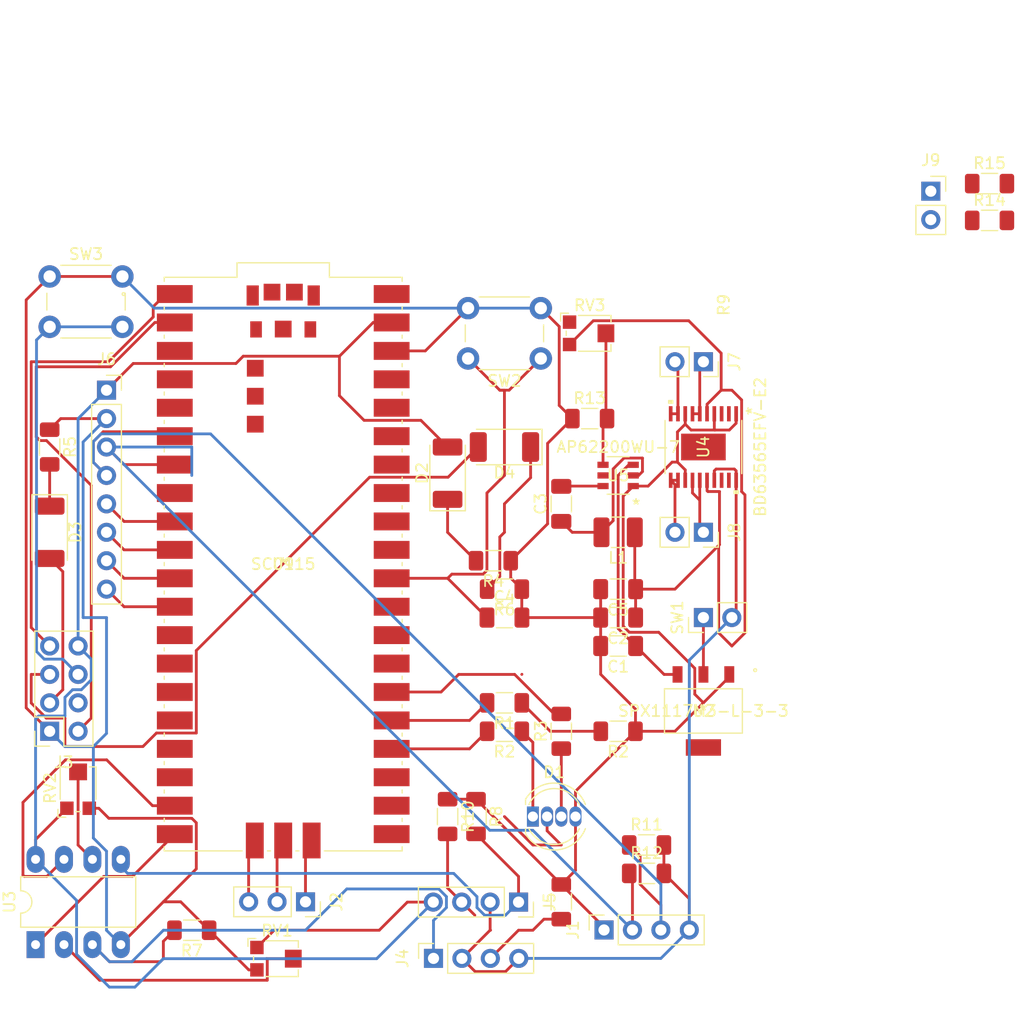
<source format=kicad_pcb>
(kicad_pcb (version 20211014) (generator pcbnew)
  (layers (0 "F.Cu" signal) (31 "B.Cu" signal) (34 "B.Paste" user) (35 "F.Paste" user) (36 "B.SilkS" user "B.Silkscreen") (37 "F.SilkS" user "F.Silkscreen") (38 "B.Mask" user) (39 "F.Mask" user) (44 "Edge.Cuts" user))
  (net 0 "")
  (net 1 "Net-(D1-Pad1)")
  (net 2 "Net-(D1-Pad2)")
  (net 3 "Net-(D2-Pad1)")
  (net 4 "ESP_3.3V")
  (net 5 "Net-(D3-Pad1)")
  (net 6 "ESP_GPIO2")
  (net 7 "Net-(D4-Pad1)")
  (net 8 "ESP_GPIO0")
  (net 9 "SCL")
  (net 10 "SDA")
  (net 11 "Net-(J2-Pad1)")
  (net 12 "Net-(J2-Pad2)")
  (net 13 "Net-(J2-Pad3)")
  (net 14 "ESP_GND")
  (net 15 "ESP_TX")
  (net 16 "ESP_EN")
  (net 17 "ESP_RST")
  (net 18 "ESP_RX")
  (net 19 "Net-(D1-Pad3)")
  (net 20 "Net-(SW1-Pad1)")
  (net 21 "+6V")
  (net 26 "Net-(C3-Pad1)")
  (net 27 "Net-(C3-Pad2)")
  (net 28 "Net-(C4-Pad1)")
  (net 29 "Net-(J4-Pad1)")
  (net 31 "MOTORLA_SIG")
  (net 32 "MOTORLB_SIG")
  (net 33 "MOTORRA_SIG")
  (net 34 "MOTORRB_SIG")
  (net 36 "Net-(J4-Pad3)")
  (net 37 "Net-(J5-Pad1)")
  (net 62 "+7.5V")
  (net 64 "Net-(J5-Pad3)")
  (net 65 "MAG_DRDY")
  (net 66 "MAG_INT")
  (net 67 "IMU_INT1")
  (net 68 "IMU_INT2")
  (net 69 "Net-(J7-Pad1)")
  (net 70 "Net-(J7-Pad2)")
  (net 71 "Net-(J8-Pad1)")
  (net 72 "Net-(J8-Pad2)")
  (net 73 "Net-(R1-Pad2)")
  (net 74 "Net-(R2-Pad2)")
  (net 75 "Net-(R3-Pad2)")
  (net 76 "Net-(R13-Pad2)")
  (net 77 "Net-(RV1-Pad2)")
  (net 78 "Net-(RV2-Pad2)")
  (net 80 "ENCL_SIG")
  (net 81 "ENCR_SIG")
  (footprint "Connector_PinHeader_2.54mm:PinHeader_1x02_P2.54mm_Vertical" (layer "F.Cu") (at 139.7 129.54 90)
    (fp_text reference "SW1")
    (fp_text value "SW_MCU_EN")
  )
  (footprint "Connector_PinSocket_2.54mm:PinSocket_1x03_P2.54mm_Vertical" (layer "F.Cu") (at 104.14 154.94 -90)
    (fp_text reference "J2")
    (fp_text value "Debug Header")
  )
  (footprint "Potentiometer_SMD:Potentiometer_Bourns_TC33X_Vertical" (layer "F.Cu") (at 101.6 160.02)
    (fp_text reference "RV1")
    (fp_text value "R_Potentiometer")
  )
  (footprint "Button_Switch_THT:SW_PUSH_6mm_H4.3mm" (layer "F.Cu") (at 81.28 99.06)
    (fp_text reference "SW3")
    (fp_text value "SW_ESP_RST")
  )
  (footprint "Resistor_SMD:R_1206_3216Metric_Pad1.30x1.75mm_HandSolder" (layer "F.Cu") (at 134.62 149.86)
    (fp_text reference "R11")
    (fp_text value "10k")
  )
  (footprint "Capacitor_SMD:C_1206_3216Metric_Pad1.33x1.80mm_HandSolder" (layer "F.Cu") (at 132.08 129.54 180)
    (fp_text reference "C2")
    (fp_text value "22uF")
  )
  (footprint "Regulators:SPX1117M3-L-3-3&slash_TR" (layer "F.Cu") (at 139.7 137.8839 180)
    (fp_text reference "U2")
    (fp_text value "SPX1117M3-L-3-3")
  )
  (footprint "Resistor_SMD:R_1206_3216Metric_Pad1.30x1.75mm_HandSolder" (layer "F.Cu") (at 119.38 147.32 -90)
    (fp_text reference "R8")
    (fp_text value "220")
  )
  (footprint "Drivers_3rdParty:BD63565EFV-E2" (layer "F.Cu") (at 139.7 114.3 -90)
    (fp_text reference "U4")
    (fp_text value "BD63565EFV-E2")
  )
  (footprint "Package_DIP:DIP-8_W7.62mm_LongPads" (layer "F.Cu") (at 80.02 158.765 90)
    (fp_text reference "U3")
    (fp_text value "LM393")
  )
  (footprint "Connector_PinSocket_2.54mm:PinSocket_1x04_P2.54mm_Vertical" (layer "F.Cu") (at 130.82 157.455 90)
    (fp_text reference "J1")
    (fp_text value "I2C_EXPANSION")
  )
  (footprint "Resistor_SMD:R_1206_3216Metric_Pad1.30x1.75mm_HandSolder" (layer "F.Cu") (at 81.28 114.3 -90)
    (fp_text reference "R5")
    (fp_text value "330")
  )
  (footprint "Connector_PinSocket_2.54mm:PinSocket_1x02_P2.54mm_Vertical" (layer "F.Cu") (at 139.7 106.68 -90)
    (fp_text reference "J7")
    (fp_text value "Conn_01x02_Female")
  )
  (footprint "Resistor_SMD:R_1206_3216Metric_Pad1.30x1.75mm_HandSolder" (layer "F.Cu") (at 165.27 94.05)
    (fp_text reference "R14")
    (fp_text value "1k")
  )
  (footprint "Capacitor_SMD:C_1206_3216Metric_Pad1.33x1.80mm_HandSolder" (layer "F.Cu") (at 132.08 132.08 180)
    (fp_text reference "C1")
    (fp_text value "10uF")
  )
  (footprint "Connector_PinSocket_2.54mm:PinSocket_1x02_P2.54mm_Vertical" (layer "F.Cu") (at 139.7 121.92 -90)
    (fp_text reference "J8")
    (fp_text value "Conn_01x02_Female")
  )
  (footprint "Potentiometer_SMD:Potentiometer_Bourns_TC33X_Vertical" (layer "F.Cu") (at 129.54 104.14)
    (fp_text reference "RV3")
    (fp_text value "R_Potentiometer")
  )
  (footprint "Resistor_SMD:R_1206_3216Metric_Pad1.30x1.75mm_HandSolder" (layer "F.Cu") (at 127 139.7 90)
    (fp_text reference "R3")
    (fp_text value "330")
  )
  (footprint "Resistor_SMD:R_1206_3216Metric_Pad1.30x1.75mm_HandSolder" (layer "F.Cu") (at 93.98 157.48 180)
    (fp_text reference "R7")
    (fp_text value "220")
  )
  (footprint "Connector_PinSocket_2.54mm:PinSocket_1x04_P2.54mm_Vertical" (layer "F.Cu") (at 123.18 154.965 -90)
    (fp_text reference "J5")
    (fp_text value "RFLCTL_Header")
  )
  (footprint "SMPS_3rdParty:AP62200WU-7" (layer "F.Cu") (at 132.08 116.84 180)
    (fp_text reference "U5")
    (fp_text value "AP62200WU-7")
  )
  (footprint "Resistor_SMD:R_1206_3216Metric_Pad1.30x1.75mm_HandSolder" (layer "F.Cu") (at 121.92 139.7 180)
    (fp_text reference "R2")
    (fp_text value "330")
  )
  (footprint "Inductor_SMD:L_1210_3225Metric_Pad1.42x2.65mm_HandSolder" (layer "F.Cu") (at 132.08 121.92 180)
    (fp_text reference "L1")
    (fp_text value "4.7uH")
  )
  (footprint "Connector_PinSocket_2.54mm:PinSocket_1x08_P2.54mm_Vertical" (layer "F.Cu") (at 86.36 109.22)
    (fp_text reference "J6")
    (fp_text value "IMU_Daughter_Header")
  )
  (footprint "Resistor_SMD:R_1206_3216Metric_Pad1.30x1.75mm_HandSolder" (layer "F.Cu") (at 121.92 137.16 180)
    (fp_text reference "R1")
    (fp_text value "330")
  )
  (footprint "LED_SMD:LED_2010_5025Metric_Pad1.52x2.65mm_HandSolder" (layer "F.Cu") (at 121.92 114.3 180)
    (fp_text reference "D4")
    (fp_text value "ESP_LED0")
  )
  (footprint "Connector_PinSocket_2.54mm:PinSocket_1x02_P2.54mm_Vertical" (layer "F.Cu") (at 160.02 91.44)
    (fp_text reference "J9")
    (fp_text value "Battery Header")
  )
  (footprint "Connector_PinSocket_2.54mm:PinSocket_1x04_P2.54mm_Vertical" (layer "F.Cu") (at 115.58 159.995 90)
    (fp_text reference "J4")
    (fp_text value "RFLCTR_Header")
  )
  (footprint "MCUs:SC0915" (layer "F.Cu") (at 102.1491 124.760459)
    (fp_text reference "U1")
    (fp_text value "SC0915")
  )
  (footprint "Potentiometer_SMD:Potentiometer_Bourns_TC33X_Vertical" (layer "F.Cu") (at 83.82 144.78 90)
    (fp_text reference "RV2")
    (fp_text value "R_Potentiometer")
  )
  (footprint "Resistor_SMD:R_1206_3216Metric_Pad1.30x1.75mm_HandSolder" (layer "F.Cu") (at 121.92 127 180)
    (fp_text reference "R6")
    (fp_text value "330")
  )
  (footprint "Resistor_SMD:R_1206_3216Metric_Pad1.30x1.75mm_HandSolder" (layer "F.Cu") (at 120.93 124.46 180)
    (fp_text reference "R4")
    (fp_text value "330")
  )
  (footprint "Connector_PinSocket_2.54mm:PinSocket_2x04_P2.54mm_Vertical" (layer "F.Cu") (at 81.28 139.7 180)
    (fp_text reference "J3")
    (fp_text value "ESP_Header")
  )
  (footprint "LED_THT:LED_D5.0mm-4_RGB" (layer "F.Cu") (at 124.46 147.32)
    (fp_text reference "D1")
    (fp_text value "PICO_LED")
  )
  (footprint "Resistor_SMD:R_1206_3216Metric_Pad1.30x1.75mm_HandSolder" (layer "F.Cu") (at 129.54 111.76)
    (fp_text reference "R13")
    (fp_text value "10k")
  )
  (footprint "Resistor_SMD:R_1206_3216Metric_Pad1.30x1.75mm_HandSolder" (layer "F.Cu") (at 165.27 90.76)
    (fp_text reference "R15")
    (fp_text value "1k")
  )
  (footprint "Resistor_SMD:R_1206_3216Metric_Pad1.30x1.75mm_HandSolder" (layer "F.Cu") (at 134.62 152.4)
    (fp_text reference "R12")
    (fp_text value "10k")
  )
  (footprint "Capacitor_SMD:C_1206_3216Metric_Pad1.33x1.80mm_HandSolder" (layer "F.Cu") (at 127 119.38 90)
    (fp_text reference "C3")
    (fp_text value "100nF")
  )
  (footprint "Button_Switch_THT:SW_PUSH_6mm_H4.3mm" (layer "F.Cu") (at 125.17 106.39 180)
    (fp_text reference "SW2")
    (fp_text value "SW_PICO_RST")
  )
  (footprint "LED_SMD:LED_2010_5025Metric_Pad1.52x2.65mm_HandSolder" (layer "F.Cu") (at 116.84 116.6375 90)
    (fp_text reference "D2")
    (fp_text value "MCU_PWR_LED")
  )
  (footprint "Resistor_SMD:R_1206_3216Metric_Pad1.30x1.75mm_HandSolder" (layer "F.Cu") (at 116.84 147.32 -90)
    (fp_text reference "R10")
    (fp_text value "220")
  )
  (footprint "LED_SMD:LED_2010_5025Metric_Pad1.52x2.65mm_HandSolder" (layer "F.Cu") (at 81.28 121.92 -90)
    (fp_text reference "D3")
    (fp_text value "ESP_LED1")
  )
  (footprint "Resistor_SMD:R_1206_3216Metric_Pad1.30x1.75mm_HandSolder" (layer "F.Cu") (at 127 154.94 -90)
    (fp_text reference "R9")
    (fp_text value "220")
  )
  (footprint "Resistor_SMD:R_1206_3216Metric_Pad1.30x1.75mm_HandSolder" (layer "F.Cu") (at 132.08 139.7 180)
    (fp_text reference "R2")
    (fp_text value "R_Small_US")
  )
  (footprint "Capacitor_SMD:C_1206_3216Metric_Pad1.33x1.80mm_HandSolder" (layer "F.Cu") (at 132.08 127 180)
    (fp_text reference "C5")
    (fp_text value "22 uF")
  )
  (footprint "Capacitor_SMD:C_1206_3216Metric_Pad1.33x1.80mm_HandSolder" (layer "F.Cu") (at 121.92 129.54)
    (fp_text reference "C4")
    (fp_text value "1uF")
  )
  (segment (start 123.47 139.7) (end 124.46 140.69) (width 0.25) (layer "F.Cu") (net 1))
  (segment (start 124.46 140.69) (end 124.46 147.32) (width 0.25) (layer "F.Cu") (net 1))
  (segment (start 123.47 134.62) (end 123.4825 134.6075) (width 0.25) (layer "F.Cu") (net 1))
  (segment (start 125.73 148.59) (end 127 149.86) (width 0.25) (layer "F.Cu") (net 2))
  (segment (start 121.92 147.32) (end 124.46 149.86) (width 0.25) (layer "F.Cu") (net 2))
  (segment (start 125.73 147.32) (end 125.73 148.59) (width 0.25) (layer "F.Cu") (net 2))
  (segment (start 126.01 139.7) (end 123.47 137.16) (width 0.25) (layer "F.Cu") (net 2))
  (segment (start 124.46 149.86) (end 127 149.86) (width 0.25) (layer "F.Cu") (net 2))
  (segment (start 130.53 139.7) (end 126.01 139.7) (width 0.25) (layer "F.Cu") (net 2))
  (segment (start 116.84 118.975) (end 116.84 121.92) (width 0.25) (layer "F.Cu") (net 3))
  (segment (start 116.84 121.92) (end 119.38 124.46) (width 0.25) (layer "F.Cu") (net 3))
  (segment (start 80.02 149.38) (end 82.82 146.58) (width 0.25) (layer "F.Cu") (net 4))
  (segment (start 142.464699 116.266601) (end 142.624998 116.4269) (width 0.25) (layer "F.Cu") (net 4))
  (segment (start 115.56 154.965) (end 113.244981 154.965) (width 0.25) (layer "F.Cu") (net 4))
  (segment (start 118.12 159.995) (end 120.64 157.475) (width 0.25) (layer "F.Cu") (net 4))
  (segment (start 123.2 159.995) (end 122.025 161.17) (width 0.25) (layer "F.Cu") (net 4))
  (segment (start 86.36 109.22) (end 88.744441 106.835559) (width 0.25) (layer "F.Cu") (net 4))
  (segment (start 142.624998 116.4269) (end 142.624998 117.2718) (width 0.25) (layer "F.Cu") (net 4))
  (segment (start 142.624998 117.2718) (end 142.624998 129.155002) (width 0.25) (layer "F.Cu") (net 4))
  (segment (start 110.189541 103.170459) (end 111.8392 103.170459) (width 0.25) (layer "F.Cu") (net 4))
  (segment (start 122.025 161.17) (end 119.295 161.17) (width 0.25) (layer "F.Cu") (net 4))
  (segment (start 98.57544 106.185559) (end 107.174441 106.185559) (width 0.25) (layer "F.Cu") (net 4))
  (segment (start 136.17 152.4) (end 136.17 149.86) (width 0.25) (layer "F.Cu") (net 4))
  (segment (start 140.674999 117.2718) (end 140.674999 116.4269) (width 0.25) (layer "F.Cu") (net 4))
  (segment (start 80.02 151.145) (end 80.02 149.38) (width 0.25) (layer "F.Cu") (net 4))
  (segment (start 138.44 157.455) (end 138.44 154.67) (width 0.25) (layer "F.Cu") (net 4))
  (segment (start 114.455559 111.915559) (end 109.375559 111.915559) (width 0.25) (layer "F.Cu") (net 4))
  (segment (start 107.174441 106.185559) (end 110.189541 103.170459) (width 0.25) (layer "F.Cu") (net 4))
  (segment (start 109.375559 111.915559) (end 107.174441 109.714441) (width 0.25) (layer "F.Cu") (net 4))
  (segment (start 97.92544 106.835559) (end 98.57544 106.185559) (width 0.25) (layer "F.Cu") (net 4))
  (segment (start 140.835298 116.266601) (end 142.464699 116.266601) (width 0.25) (layer "F.Cu") (net 4))
  (segment (start 88.744441 106.835559) (end 97.92544 106.835559) (width 0.25) (layer "F.Cu") (net 4))
  (segment (start 120.64 157.475) (end 120.64 154.965) (width 0.25) (layer "F.Cu") (net 4))
  (segment (start 138.44 154.67) (end 136.17 152.4) (width 0.25) (layer "F.Cu") (net 4))
  (segment (start 101.34 157.48) (end 99.8 159.02) (width 0.25) (layer "F.Cu") (net 4))
  (segment (start 113.244981 154.965) (end 110.729981 157.48) (width 0.25) (layer "F.Cu") (net 4))
  (segment (start 110.729981 157.48) (end 101.34 157.48) (width 0.25) (layer "F.Cu") (net 4))
  (segment (start 116.84 114.3) (end 114.455559 111.915559) (width 0.25) (layer "F.Cu") (net 4))
  (segment (start 142.624998 129.155002) (end 142.24 129.54) (width 0.25) (layer "F.Cu") (net 4))
  (segment (start 119.295 161.17) (end 118.12 159.995) (width 0.25) (layer "F.Cu") (net 4))
  (segment (start 140.674999 116.4269) (end 140.835298 116.266601) (width 0.25) (layer "F.Cu") (net 4))
  (segment (start 107.174441 109.714441) (end 107.174441 106.185559) (width 0.25) (layer "F.Cu") (net 4))
  (segment (start 120.68 157.475) (end 120.64 157.475) (width 0.25) (layer "F.Cu") (net 4))
  (segment (start 88.9 162.56) (end 86.61401 162.56) (width 0.25) (layer "B.Cu") (net 4))
  (segment (start 84.995 135.106701) (end 84.995 133.255) (width 0.25) (layer "B.Cu") (net 4))
  (segment (start 80.02 138.61) (end 80.02 151.145) (width 0.25) (layer "B.Cu") (net 4))
  (segment (start 83.333299 135.985) (end 84.116701 135.985) (width 0.25) (layer "B.Cu") (net 4))
  (segment (start 80.295 138.335) (end 80.02 138.61) (width 0.25) (layer "B.Cu") (net 4))
  (segment (start 84.116701 135.985) (end 84.995 135.106701) (width 0.25) (layer "B.Cu") (net 4))
  (segment (start 91.44 160.02) (end 88.9 162.56) (width 0.25) (layer "B.Cu") (net 4))
  (segment (start 138.44 157.455) (end 138.44 133.34) (width 0.25) (layer "B.Cu") (net 4))
  (segment (start 138.44 133.34) (end 142.24 129.54) (width 0.25) (layer "B.Cu") (net 4))
  (segment (start 115.56 154.965) (end 110.505 160.02) (width 0.25) (layer "B.Cu") (net 4))
  (segment (start 83.82 132.08) (end 83.82 111.76) (width 0.25) (layer "B.Cu") (net 4))
  (segment (start 110.505 160.02) (end 91.44 160.02) (width 0.25) (layer "B.Cu") (net 4))
  (segment (start 135.9 159.995) (end 123.2 159.995) (width 0.25) (layer "B.Cu") (net 4))
  (segment (start 84.995 133.255) (end 83.82 132.08) (width 0.25) (layer "B.Cu") (net 4))
  (segment (start 83.685 159.63099) (end 83.685 154.81) (width 0.25) (layer "B.Cu") (net 4))
  (segment (start 82.645 138.335) (end 80.295 138.335) (width 0.25) (layer "B.Cu") (net 4))
  (segment (start 82.645 138.335) (end 82.645 136.673299) (width 0.25) (layer "B.Cu") (net 4))
  (segment (start 86.61401 162.56) (end 83.685 159.63099) (width 0.25) (layer "B.Cu") (net 4))
  (segment (start 82.645 136.673299) (end 83.333299 135.985) (width 0.25) (layer "B.Cu") (net 4))
  (segment (start 138.44 157.455) (end 135.9 159.995) (width 0.25) (layer "B.Cu") (net 4))
  (segment (start 83.82 111.76) (end 86.36 109.22) (width 0.25) (layer "B.Cu") (net 4))
  (segment (start 83.685 154.81) (end 80.02 151.145) (width 0.25) (layer "B.Cu") (net 4))
  (segment (start 81.28 115.85) (end 81.28 119.5825) (width 0.25) (layer "F.Cu") (net 5))
  (segment (start 81.28 124.2575) (end 82.455 125.4325) (width 0.25) (layer "F.Cu") (net 6))
  (segment (start 82.455 125.4325) (end 82.455 135.985) (width 0.25) (layer "F.Cu") (net 6))
  (segment (start 82.455 135.985) (end 81.28 137.16) (width 0.25) (layer "F.Cu") (net 6))
  (segment (start 121.92 121.92) (end 121.505 122.335) (width 0.25) (layer "F.Cu") (net 7))
  (segment (start 121.92 119.38) (end 121.92 121.92) (width 0.25) (layer "F.Cu") (net 7))
  (segment (start 124.2575 117.0425) (end 121.92 119.38) (width 0.25) (layer "F.Cu") (net 7))
  (segment (start 121.505 125.865) (end 120.37 127) (width 0.25) (layer "F.Cu") (net 7))
  (segment (start 124.2575 114.3) (end 124.2575 117.0425) (width 0.25) (layer "F.Cu") (net 7))
  (segment (start 121.505 122.335) (end 121.505 125.865) (width 0.25) (layer "F.Cu") (net 7))
  (segment (start 79.63 137.171701) (end 80.983299 138.525) (width 0.25) (layer "F.Cu") (net 8))
  (segment (start 81.28 134.62) (end 79.63 134.62) (width 0.25) (layer "F.Cu") (net 8))
  (segment (start 82.645 138.525) (end 82.645 141.065) (width 0.25) (layer "F.Cu") (net 8))
  (segment (start 90.8236 139.855559) (end 94.3842 139.855559) (width 0.25) (layer "F.Cu") (net 8))
  (segment (start 116.886941 116.995559) (end 119.5825 114.3) (width 0.25) (layer "F.Cu") (net 8))
  (segment (start 109.872841 116.995559) (end 116.886941 116.995559) (width 0.25) (layer "F.Cu") (net 8))
  (segment (start 94.3842 139.855559) (end 94.3842 132.4842) (width 0.25) (layer "F.Cu") (net 8))
  (segment (start 94.3842 132.4842) (end 109.872841 116.995559) (width 0.25) (layer "F.Cu") (net 8))
  (segment (start 79.63 134.62) (end 79.63 137.171701) (width 0.25) (layer "F.Cu") (net 8))
  (segment (start 82.645 141.065) (end 89.614159 141.065) (width 0.25) (layer "F.Cu") (net 8))
  (segment (start 89.614159 141.065) (end 90.8236 139.855559) (width 0.25) (layer "F.Cu") (net 8))
  (segment (start 80.983299 138.525) (end 82.645 138.525) (width 0.25) (layer "F.Cu") (net 8))
  (segment (start 87.930459 115.870459) (end 92.459 115.870459) (width 0.25) (layer "F.Cu") (net 9))
  (segment (start 133.36 152.69) (end 133.07 152.4) (width 0.25) (layer "F.Cu") (net 9))
  (segment (start 86.36 114.3) (end 87.930459 115.870459) (width 0.25) (layer "F.Cu") (net 9))
  (segment (start 133.36 157.455) (end 133.36 152.69) (width 0.25) (layer "F.Cu") (net 9))
  (segment (start 120.605 148.545) (end 86.36 114.3) (width 0.25) (layer "B.Cu") (net 9))
  (segment (start 124.45 148.545) (end 120.605 148.545) (width 0.25) (layer "B.Cu") (net 9))
  (segment (start 133.36 157.455) (end 124.45 148.545) (width 0.25) (layer "B.Cu") (net 9))
  (segment (start 93.98 116.84) (end 93.98 114.3) (width 0.25) (layer "B.Cu") (net 9))
  (segment (start 86.36 114.3) (end 93.98 114.3) (width 0.25) (layer "B.Cu") (net 9))
  (segment (start 135.9 155.23) (end 134.045 153.375) (width 0.25) (layer "F.Cu") (net 10))
  (segment (start 135.9 157.455) (end 135.9 155.23) (width 0.25) (layer "F.Cu") (net 10))
  (segment (start 85.185 115.665) (end 85.185 113.813299) (width 0.25) (layer "F.Cu") (net 10))
  (segment (start 86.063299 112.935) (end 92.063541 112.935) (width 0.25) (layer "F.Cu") (net 10))
  (segment (start 85.185 113.813299) (end 86.063299 112.935) (width 0.25) (layer "F.Cu") (net 10))
  (segment (start 86.36 116.84) (end 85.185 115.665) (width 0.25) (layer "F.Cu") (net 10))
  (segment (start 134.045 153.375) (end 134.045 150.835) (width 0.25) (layer "F.Cu") (net 10))
  (segment (start 92.063541 112.935) (end 92.459 113.330459) (width 0.25) (layer "F.Cu") (net 10))
  (segment (start 134.045 150.835) (end 133.07 149.86) (width 0.25) (layer "F.Cu") (net 10))
  (segment (start 85.185 115.665) (end 86.36 116.84) (width 0.25) (layer "B.Cu") (net 10))
  (segment (start 85.185 113.813299) (end 85.185 115.665) (width 0.25) (layer "B.Cu") (net 10))
  (segment (start 95.656224 113.125) (end 85.873299 113.125) (width 0.25) (layer "B.Cu") (net 10))
  (segment (start 135.9 153.368776) (end 95.656224 113.125) (width 0.25) (layer "B.Cu") (net 10))
  (segment (start 135.9 157.455) (end 135.9 153.368776) (width 0.25) (layer "B.Cu") (net 10))
  (segment (start 85.873299 113.125) (end 85.185 113.813299) (width 0.25) (layer "B.Cu") (net 10))
  (segment (start 104.14 150.008519) (end 104.6891 149.459419) (width 0.25) (layer "F.Cu") (net 11))
  (segment (start 104.14 154.94) (end 104.14 150.008519) (width 0.25) (layer "F.Cu") (net 11))
  (segment (start 101.6 150.008519) (end 102.1491 149.459419) (width 0.25) (layer "F.Cu") (net 12))
  (segment (start 101.6 154.94) (end 101.6 150.008519) (width 0.25) (layer "F.Cu") (net 12))
  (segment (start 99.06 150.008519) (end 99.6091 149.459419) (width 0.25) (layer "F.Cu") (net 13))
  (segment (start 99.06 154.94) (end 99.06 150.008519) (width 0.25) (layer "F.Cu") (net 13))
  (segment (start 138.074999 117.2718) (end 138.074999 116.341601) (width 0.25) (layer "F.Cu") (net 14))
  (segment (start 126.815 103.535) (end 125.17 101.89) (width 0.25) (layer "F.Cu") (net 14))
  (segment (start 135.7064 130.855) (end 138.9305 134.0791) (width 0.25) (layer "F.Cu") (net 14))
  (segment (start 140.674999 112.734999) (end 140.674999 111.3282) (width 0.25) (layer "F.Cu") (net 14))
  (segment (start 82.27 111.76) (end 86.36 111.76) (width 0.25) (layer "F.Cu") (net 14))
  (segment (start 137.3811 112.952301) (end 138.075002 112.258399) (width 0.25) (layer "F.Cu") (net 14))
  (segment (start 132.53 130.303173) (end 133.081827 130.855) (width 0.25) (layer "F.Cu") (net 14))
  (segment (start 142.016898 112.7812) (end 142.625 112.173098) (width 0.25) (layer "F.Cu") (net 14))
  (segment (start 137.3811 115.647702) (end 137.3811 112.952301) (width 0.25) (layer "F.Cu") (net 14))
  (segment (start 137.16 139.7) (end 133.63 139.7) (width 0.25) (layer "F.Cu") (net 14))
  (segment (start 133.429751 117.790001) (end 132.53 118.689752) (width 0.25) (layer "F.Cu") (net 14))
  (segment (start 133.63 139.7) (end 128.27 145.06) (width 0.25) (layer "F.Cu") (net 14))
  (segment (start 119.38 145.77) (end 127 153.39) (width 0.25) (layer "F.Cu") (net 14))
  (segment (start 140.7212 112.7812) (end 140.674999 112.734999) (width 0.25) (layer "F.Cu") (net 14))
  (segment (start 134.7619 117.790001) (end 136.904199 115.647702) (width 0.25) (layer "F.Cu") (net 14))
  (segment (start 125.775 121.165) (end 122.48 124.46) (width 0.25) (layer "F.Cu") (net 14))
  (segment (start 142.0114 134.8486) (end 137.16 139.7) (width 0.25) (layer "F.Cu") (net 14))
  (segment (start 138.074999 116.341601) (end 137.3811 115.647702) (width 0.25) (layer "F.Cu") (net 14))
  (segment (start 123.47 129.5275) (end 123.47 127) (width 0.25) (layer "F.Cu") (net 14))
  (segment (start 81.28 112.75) (end 82.27 111.76) (width 0.25) (layer "F.Cu") (net 14))
  (segment (start 133.081827 130.855) (end 135.7064 130.855) (width 0.25) (layer "F.Cu") (net 14))
  (segment (start 79.18 101.16) (end 81.28 99.06) (width 0.25) (layer "F.Cu") (net 14))
  (segment (start 114.849541 105.710459) (end 118.67 101.89) (width 0.25) (layer "F.Cu") (net 14))
  (segment (start 138.9305 136.3905) (end 139.7 137.16) (width 0.25) (layer "F.Cu") (net 14))
  (segment (start 127 153.39) (end 130.82 157.21) (width 0.25) (layer "F.Cu") (net 14))
  (segment (start 128.27 145.06) (end 128.27 147.32) (width 0.25) (layer "F.Cu") (net 14))
  (segment (start 142.625 112.173098) (end 142.625 111.3282) (width 0.25) (layer "F.Cu") (net 14))
  (segment (start 142.0114 134.62) (end 142.0114 134.8486) (width 0.25) (layer "F.Cu") (net 14))
  (segment (start 133.63 137.72) (end 130.5175 134.6075) (width 0.25) (layer "F.Cu") (net 14))
  (segment (start 93.98 147.475559) (end 94.3842 147.879759) (width 0.25) (layer "F.Cu") (net 14))
  (segment (start 94.3842 151.9958) (end 91.44 154.94) (width 0.25) (layer "F.Cu") (net 14))
  (segment (start 81.28 139.7) (end 79.18 137.6) (width 0.25) (layer "F.Cu") (net 14))
  (segment (start 133.63 137.72) (end 133.63 139.7) (width 0.25) (layer "F.Cu") (net 14))
  (segment (start 123.4825 129.54) (end 130.5175 129.54) (width 0.25) (layer "F.Cu") (net 14))
  (segment (start 94.3842 147.879759) (end 94.3842 151.9958) (width 0.25) (layer "F.Cu") (net 14))
  (segment (start 79.18 137.6) (end 79.18 101.16) (width 0.25) (layer "F.Cu") (net 14))
  (segment (start 130.5175 134.6075) (end 130.5175 132.08) (width 0.25) (layer "F.Cu") (net 14))
  (segment (start 126.815 110.585) (end 126.815 103.535) (width 0.25) (layer "F.Cu") (net 14))
  (segment (start 127.99 111.76) (end 125.775 113.975) (width 0.25) (layer "F.Cu") (net 14))
  (segment (start 86.565559 147.475559) (end 93.98 147.475559) (width 0.25) (layer "F.Cu") (net 14))
  (segment (start 136.904199 115.647702) (end 137.3811 115.647702) (width 0.25) (layer "F.Cu") (net 14))
  (segment (start 87.64 158.74) (end 87.64 158.765) (width 0.25) (layer "F.Cu") (net 14))
  (segment (start 127.99 111.76) (end 126.815 110.585) (width 0.25) (layer "F.Cu") (net 14))
  (segment (start 81.28 99.06) (end 87.78 99.06) (width 0.25) (layer "F.Cu") (net 14))
  (segment (start 132.53 118.689752) (end 132.53 130.303173) (width 0.25) (layer "F.Cu") (net 14))
  (segment (start 138.597803 112.7812) (end 140.7212 112.7812) (width 0.25) (layer "F.Cu") (net 14))
  (segment (start 84.82 146.58) (end 85.67 146.58) (width 0.25) (layer "F.Cu") (net 14))
  (segment (start 133.429751 117.790001) (end 134.7619 117.790001) (width 0.25) (layer "F.Cu") (net 14))
  (segment (start 130.82 157.21) (end 130.82 157.455) (width 0.25) (layer "F.Cu") (net 14))
  (segment (start 86.36 111.76) (end 86.515559 111.915559) (width 0.25) (layer "F.Cu") (net 14))
  (segment (start 99.07 161.02) (end 99.8 161.02) (width 0.25) (layer "F.Cu") (net 14))
  (segment (start 140.7212 112.7812) (end 142.016898 112.7812) (width 0.25) (layer "F.Cu") (net 14))
  (segment (start 116.84 145.77) (end 119.38 145.77) (width 0.25) (layer "F.Cu") (net 14))
  (segment (start 95.53 157.48) (end 99.07 161.02) (width 0.25) (layer "F.Cu") (net 14))
  (segment (start 123.4825 129.54) (end 123.47 129.5275) (width 0.25) (layer "F.Cu") (net 14))
  (segment (start 92.99 154.94) (end 91.44 154.94) (width 0.25) (layer "F.Cu") (net 14))
  (segment (start 123.47 127) (end 122.48 126.01) (width 0.25) (layer "F.Cu") (net 14))
  (segment (start 138.075002 112.258399) (end 138.597803 112.7812) (width 0.25) (layer "F.Cu") (net 14))
  (segment (start 138.075002 112.258399) (end 138.075002 111.3282) (width 0.25) (layer "F.Cu") (net 14))
  (segment (start 127 153.39) (end 128.27 152.12) (width 0.25) (layer "F.Cu") (net 14))
  (segment (start 111.8392 105.710459) (end 114.849541 105.710459) (width 0.25) (layer "F.Cu") (net 14))
  (segment (start 125.775 113.975) (end 125.775 121.165) (width 0.25) (layer "F.Cu") (net 14))
  (segment (start 128.27 152.12) (end 128.27 147.32) (width 0.25) (layer "F.Cu") (net 14))
  (segment (start 130.5175 132.08) (end 130.53 132.0925) (width 0.25) (layer "F.Cu") (net 14))
  (segment (start 130.5175 132.08) (end 130.5175 129.54) (width 0.25) (layer "F.Cu") (net 14))
  (segment (start 95.53 157.48) (end 92.99 154.94) (width 0.25) (layer "F.Cu") (net 14))
  (segment (start 111.0391 105.710459) (end 111.8392 105.710459) (width 0.25) (layer "F.Cu") (net 14))
  (segment (start 130.5175 129.54) (end 130.5175 127) (width 0.25) (layer "F.Cu") (net 14))
  (segment (start 138.9305 134.0791) (end 138.9305 136.3905) (width 0.25) (layer "F.Cu") (net 14))
  (segment (start 85.67 146.58) (end 86.565559 147.475559) (width 0.25) (layer "F.Cu") (net 14))
  (segment (start 91.44 154.94) (end 87.64 158.74) (width 0.25) (layer "F.Cu") (net 14))
  (segment (start 122.48 126.01) (end 122.48 124.46) (width 0.25) (layer "F.Cu") (net 14))
  (segment (start 86.36 157.485) (end 87.64 158.765) (width 0.25) (layer "B.Cu") (net 14))
  (segment (start 86.36 111.76) (end 84.27 113.85) (width 0.25) (layer "B.Cu") (net 14))
  (segment (start 86.36 129.54) (end 86.36 139.89) (width 0.25) (layer "B.Cu") (net 14))
  (segment (start 82.645 141.065) (end 85.185 141.065) (width 0.25) (layer "B.Cu") (net 14))
  (segment (start 90.61 101.89) (end 87.78 99.06) (width 0.25) (layer "B.Cu") (net 14))
  (segment (start 85.185 141.065) (end 85.185 149.23901) (width 0.25) (layer "B.Cu") (net 14))
  (segment (start 118.67 101.89) (end 125.17 101.89) (width 0.25) (layer "B.Cu") (net 14))
  (segment (start 86.36 150.41401) (end 86.36 157.485) (width 0.25) (layer "B.Cu") (net 14))
  (segment (start 118.67 101.89) (end 90.61 101.89) (width 0.25) (layer "B.Cu") (net 14))
  (segment (start 86.36 139.89) (end 85.185 141.065) (width 0.25) (layer "B.Cu") (net 14))
  (segment (start 84.27 113.85) (end 84.27 129.54) (width 0.25) (layer "B.Cu") (net 14))
  (segment (start 84.27 129.54) (end 86.36 129.54) (width 0.25) (layer "B.Cu") (net 14))
  (segment (start 81.28 139.7) (end 82.645 141.065) (width 0.25) (layer "B.Cu") (net 14))
  (segment (start 85.185 149.23901) (end 86.36 150.41401) (width 0.25) (layer "B.Cu") (net 14))
  (segment (start 83.82 139.7) (end 84.995 138.525) (width 0.25) (layer "F.Cu") (net 15))
  (segment (start 84.995 117.726827) (end 80.993173 113.725) (width 0.25) (layer "F.Cu") (net 15))
  (segment (start 80.416827 113.725) (end 80.08 113.388173) (width 0.25) (layer "F.Cu") (net 15))
  (segment (start 90.67977 103.170459) (end 92.459 103.170459) (width 0.25) (layer "F.Cu") (net 15))
  (segment (start 86.720229 107.13) (end 90.67977 103.170459) (width 0.25) (layer "F.Cu") (net 15))
  (segment (start 80.08 113.388173) (end 80.08 107.13) (width 0.25) (layer "F.Cu") (net 15))
  (segment (start 80.08 107.13) (end 86.720229 107.13) (width 0.25) (layer "F.Cu") (net 15))
  (segment (start 84.995 138.525) (end 84.995 117.726827) (width 0.25) (layer "F.Cu") (net 15))
  (segment (start 80.993173 113.725) (end 80.416827 113.725) (width 0.25) (layer "F.Cu") (net 15))
  (segment (start 80.793299 133.255) (end 82.455 133.255) (width 0.25) (layer "B.Cu") (net 17))
  (segment (start 80.105 104.735) (end 80.105 132.566701) (width 0.25) (layer "B.Cu") (net 17))
  (segment (start 81.28 103.56) (end 80.105 104.735) (width 0.25) (layer "B.Cu") (net 17))
  (segment (start 82.455 133.255) (end 83.82 134.62) (width 0.25) (layer "B.Cu") (net 17))
  (segment (start 81.28 103.56) (end 87.78 103.56) (width 0.25) (layer "B.Cu") (net 17))
  (segment (start 80.105 132.566701) (end 80.793299 133.255) (width 0.25) (layer "B.Cu") (net 17))
  (segment (start 91.6589 100.630459) (end 90.5338 101.755559) (width 0.25) (layer "F.Cu") (net 18))
  (segment (start 86.533833 106.68) (end 79.63 106.68) (width 0.25) (layer "F.Cu") (net 18))
  (segment (start 79.63 106.68) (end 79.63 130.43) (width 0.25) (layer "F.Cu") (net 18))
  (segment (start 90.5338 101.755559) (end 90.5338 102.680033) (width 0.25) (layer "F.Cu") (net 18))
  (segment (start 92.459 100.630459) (end 91.6589 100.630459) (width 0.25) (layer "F.Cu") (net 18))
  (segment (start 79.63 130.43) (end 81.28 132.08) (width 0.25) (layer "F.Cu") (net 18))
  (segment (start 90.5338 102.680033) (end 86.533833 106.68) (width 0.25) (layer "F.Cu") (net 18))
  (segment (start 127 141.25) (end 127 147.32) (width 0.25) (layer "F.Cu") (net 19))
  (segment (start 139.7 134.62) (end 139.7 129.54) (width 0.25) (layer "F.Cu") (net 20))
  (segment (start 141.065 130.905) (end 142.24 132.08) (width 0.25) (layer "F.Cu") (net 21))
  (segment (start 141.065 123.095) (end 141.065 130.905) (width 0.25) (layer "F.Cu") (net 21))
  (segment (start 133.5675 126.925) (end 133.6425 127) (width 0.25) (layer "F.Cu") (net 21))
  (segment (start 140.025001 110.483299) (end 140.025001 111.3282) (width 0.25) (layer "F.Cu") (net 21))
  (segment (start 127.74 105.14) (end 129.865 103.015) (width 0.25) (layer "F.Cu") (net 21))
  (segment (start 140.099998 118.276999) (end 141.136999 118.276999) (width 0.25) (layer "F.Cu") (net 21))
  (segment (start 143.415 130.905) (end 143.415 118.577301) (width 0.25) (layer "F.Cu") (net 21))
  (segment (start 133.5675 121.92) (end 133.5675 126.925) (width 0.25) (layer "F.Cu") (net 21))
  (segment (start 142.24 109.22) (end 141.2883 109.22) (width 0.25) (layer "F.Cu") (net 21))
  (segment (start 143.1147 110.0947) (end 142.24 109.22) (width 0.25) (layer "F.Cu") (net 21))
  (segment (start 141.136999 123.023001) (end 141.136999 118.276999) (width 0.25) (layer "F.Cu") (net 21))
  (segment (start 137.16 127) (end 141.136999 123.023001) (width 0.25) (layer "F.Cu") (net 21))
  (segment (start 129.865 103.015) (end 138.385 103.015) (width 0.25) (layer "F.Cu") (net 21))
  (segment (start 143.1147 118.276997) (end 143.1147 110.0947) (width 0.25) (layer "F.Cu") (net 21))
  (segment (start 140.024998 117.2718) (end 140.024998 118.201999) (width 0.25) (layer "F.Cu") (net 21))
  (segment (start 133.6425 127) (end 137.16 127) (width 0.25) (layer "F.Cu") (net 21))
  (segment (start 142.24 132.08) (end 143.415 130.905) (width 0.25) (layer "F.Cu") (net 21))
  (segment (start 138.385 103.015) (end 141.2883 105.9183) (width 0.25) (layer "F.Cu") (net 21))
  (segment (start 133.6425 129.54) (end 133.6425 127) (width 0.25) (layer "F.Cu") (net 21))
  (segment (start 143.114698 118.276999) (end 143.1147 118.276997) (width 0.25) (layer "F.Cu") (net 21))
  (segment (start 141.136999 123.023001) (end 141.065 123.095) (width 0.25) (layer "F.Cu") (net 21))
  (segment (start 141.2883 105.9183) (end 141.2883 109.22) (width 0.25) (layer "F.Cu") (net 21))
  (segment (start 143.415 118.577301) (end 143.114698 118.276999) (width 0.25) (layer "F.Cu") (net 21))
  (segment (start 141.2883 109.22) (end 140.025001 110.483299) (width 0.25) (layer "F.Cu") (net 21))
  (segment (start 140.024998 118.201999) (end 140.099998 118.276999) (width 0.25) (layer "F.Cu") (net 21))
  (segment (start 130.5925 121.92) (end 131.63 120.8825) (width 0.25) (layer "F.Cu") (net 26))
  (segment (start 134.2536 115.285999) (end 134.2536 116.493999) (width 0.25) (layer "F.Cu") (net 26))
  (segment (start 131.63 116.261901) (end 132.605902 115.285999) (width 0.25) (layer "F.Cu") (net 26))
  (segment (start 133.907599 116.84) (end 133.429751 116.84) (width 0.25) (layer "F.Cu") (net 26))
  (segment (start 132.605902 115.285999) (end 134.2536 115.285999) (width 0.25) (layer "F.Cu") (net 26))
  (segment (start 127.9775 121.92) (end 130.5925 121.92) (width 0.25) (layer "F.Cu") (net 26))
  (segment (start 127 120.9425) (end 127.9775 121.92) (width 0.25) (layer "F.Cu") (net 26))
  (segment (start 131.63 120.8825) (end 131.63 116.261901) (width 0.25) (layer "F.Cu") (net 26))
  (segment (start 133.429751 116.84) (end 132.951903 116.84) (width 0.25) (layer "F.Cu") (net 26))
  (segment (start 134.2536 116.493999) (end 133.907599 116.84) (width 0.25) (layer "F.Cu") (net 26))
  (segment (start 127.027499 117.790001) (end 127 117.8175) (width 0.25) (layer "F.Cu") (net 27))
  (segment (start 130.730249 117.790001) (end 127.027499 117.790001) (width 0.25) (layer "F.Cu") (net 27))
  (segment (start 120.018173 125.66) (end 120.355 125.323173) (width 0.25) (layer "F.Cu") (net 28))
  (segment (start 116.847959 126.030459) (end 117.218418 125.66) (width 0.25) (layer "F.Cu") (net 28))
  (segment (start 122.34 109.22) (end 125.17 106.39) (width 0.25) (layer "F.Cu") (net 28))
  (segment (start 120.3575 129.54) (end 116.847959 126.030459) (width 0.25) (layer "F.Cu") (net 28))
  (segment (start 121.5 109.22) (end 118.67 106.39) (width 0.25) (layer "F.Cu") (net 28))
  (segment (start 120.355 118.405) (end 121.92 116.84) (width 0.25) (layer "F.Cu") (net 28))
  (segment (start 120.355 125.323173) (end 120.355 118.405) (width 0.25) (layer "F.Cu") (net 28))
  (segment (start 116.847959 126.030459) (end 111.8392 126.030459) (width 0.25) (layer "F.Cu") (net 28))
  (segment (start 121.92 109.22) (end 121.5 109.22) (width 0.25) (layer "F.Cu") (net 28))
  (segment (start 117.218418 125.66) (end 120.018173 125.66) (width 0.25) (layer "F.Cu") (net 28))
  (segment (start 121.92 116.84) (end 121.92 109.22) (width 0.25) (layer "F.Cu") (net 28))
  (segment (start 121.5 109.22) (end 122.34 109.22) (width 0.25) (layer "F.Cu") (net 28))
  (segment (start 86.625 160.29) (end 85.1 158.765) (width 0.25) (layer "F.Cu") (net 29))
  (segment (start 91.17 160.29) (end 86.625 160.29) (width 0.25) (layer "F.Cu") (net 29))
  (segment (start 91.44 160.02) (end 91.17 160.29) (width 0.25) (layer "F.Cu") (net 29))
  (segment (start 92.43 157.48) (end 91.44 158.47) (width 0.25) (layer "F.Cu") (net 29))
  (segment (start 91.44 158.47) (end 91.44 160.02) (width 0.25) (layer "F.Cu") (net 29))
  (segment (start 116.046701 153.79) (end 107.83 153.79) (width 0.25) (layer "B.Cu") (net 29))
  (segment (start 116.735 155.451701) (end 116.735 154.478299) (width 0.25) (layer "B.Cu") (net 29))
  (segment (start 116.735 154.478299) (end 116.046701 153.79) (width 0.25) (layer "B.Cu") (net 29))
  (segment (start 88.63 160.29) (end 86.625 160.29) (width 0.25) (layer "B.Cu") (net 29))
  (segment (start 86.625 160.29) (end 85.1 158.765) (width 0.25) (layer "B.Cu") (net 29))
  (segment (start 115.58 156.606701) (end 115.58 159.995) (width 0.25) (layer "B.Cu") (net 29))
  (segment (start 107.83 153.79) (end 104.14 157.48) (width 0.25) (layer "B.Cu") (net 29))
  (segment (start 91.44 157.48) (end 88.63 160.29) (width 0.25) (layer "B.Cu") (net 29))
  (segment (start 104.14 157.48) (end 91.44 157.48) (width 0.25) (layer "B.Cu") (net 29))
  (segment (start 116.735 155.451701) (end 115.58 156.606701) (width 0.25) (layer "B.Cu") (net 29))
  (segment (start 127 156.49) (end 125.45 156.49) (width 0.25) (layer "F.Cu") (net 36))
  (segment (start 125.45 156.49) (end 124.46 157.48) (width 0.25) (layer "F.Cu") (net 36))
  (segment (start 123.175 157.48) (end 120.66 159.995) (width 0.25) (layer "F.Cu") (net 36))
  (segment (start 124.46 157.48) (end 123.175 157.48) (width 0.25) (layer "F.Cu") (net 36))
  (segment (start 119.38 148.87) (end 123.18 152.67) (width 0.25) (layer "F.Cu") (net 37))
  (segment (start 123.18 152.67) (end 123.18 154.965) (width 0.25) (layer "F.Cu") (net 37))
  (segment (start 117.386701 152.4) (end 119.465 154.478299) (width 0.25) (layer "B.Cu") (net 37))
  (segment (start 88.245 152.4) (end 117.386701 152.4) (width 0.25) (layer "B.Cu") (net 37))
  (segment (start 119.465 155.451701) (end 120.153299 156.14) (width 0.25) (layer "B.Cu") (net 37))
  (segment (start 122.005 156.14) (end 123.18 154.965) (width 0.25) (layer "B.Cu") (net 37))
  (segment (start 119.465 154.478299) (end 119.465 155.451701) (width 0.25) (layer "B.Cu") (net 37))
  (segment (start 120.153299 156.14) (end 122.005 156.14) (width 0.25) (layer "B.Cu") (net 37))
  (segment (start 87.64 151.795) (end 88.245 152.4) (width 0.25) (layer "B.Cu") (net 37))
  (segment (start 87.64 151.145) (end 87.64 151.795) (width 0.25) (layer "B.Cu") (net 37))
  (segment (start 133.030001 115.889999) (end 133.429751 115.889999) (width 0.25) (layer "F.Cu") (net 62))
  (segment (start 136.1825 134.62) (end 137.16 134.62) (width 0.25) (layer "F.Cu") (net 62))
  (segment (start 133.6425 132.08) (end 132.08 130.5175) (width 0.25) (layer "F.Cu") (net 62))
  (segment (start 133.6425 132.08) (end 136.1825 134.62) (width 0.25) (layer "F.Cu") (net 62))
  (segment (start 132.08 130.5175) (end 132.08 116.84) (width 0.25) (layer "F.Cu") (net 62))
  (segment (start 132.08 116.84) (end 133.030001 115.889999) (width 0.25) (layer "F.Cu") (net 62))
  (segment (start 116.84 148.87) (end 116.84 153.705) (width 0.25) (layer "F.Cu") (net 64))
  (segment (start 116.84 153.705) (end 118.1 154.965) (width 0.25) (layer "F.Cu") (net 64))
  (segment (start 118.1 154.965) (end 119.275 156.14) (width 0.25) (layer "F.Cu") (net 64))
  (segment (start 86.36 119.38) (end 87.930459 120.950459) (width 0.25) (layer "F.Cu") (net 65))
  (segment (start 87.930459 120.950459) (end 92.459 120.950459) (width 0.25) (layer "F.Cu") (net 65))
  (segment (start 86.36 121.92) (end 87.930459 123.490459) (width 0.25) (layer "F.Cu") (net 66))
  (segment (start 87.930459 123.490459) (end 92.459 123.490459) (width 0.25) (layer "F.Cu") (net 66))
  (segment (start 87.930459 126.030459) (end 92.459 126.030459) (width 0.25) (layer "F.Cu") (net 67))
  (segment (start 86.36 124.46) (end 87.930459 126.030459) (width 0.25) (layer "F.Cu") (net 67))
  (segment (start 87.930459 128.570459) (end 92.459 128.570459) (width 0.25) (layer "F.Cu") (net 68))
  (segment (start 86.36 127) (end 87.930459 128.570459) (width 0.25) (layer "F.Cu") (net 68))
  (segment (start 139.375002 111.3282) (end 138.725001 111.3282) (width 0.25) (layer "F.Cu") (net 69))
  (segment (start 139.375002 107.004998) (end 139.7 106.68) (width 0.25) (layer "F.Cu") (net 69))
  (segment (start 139.375002 111.3282) (end 139.375002 107.004998) (width 0.25) (layer "F.Cu") (net 69))
  (segment (start 137.425001 111.3282) (end 137.425001 106.945001) (width 0.25) (layer "F.Cu") (net 70))
  (segment (start 136.775002 111.3282) (end 137.425001 111.3282) (width 0.25) (layer "F.Cu") (net 70))
  (segment (start 137.425001 106.945001) (end 137.16 106.68) (width 0.25) (layer "F.Cu") (net 70))
  (segment (start 138.724998 118.404998) (end 138.724998 117.2718) (width 0.25) (layer "F.Cu") (net 71))
  (segment (start 139.374999 121.594999) (end 139.374999 119.054999) (width 0.25) (layer "F.Cu") (net 71))
  (segment (start 139.374999 119.054999) (end 138.724998 118.404998) (width 0.25) (layer "F.Cu") (net 71))
  (segment (start 139.374999 119.054999) (end 139.374999 117.2718) (width 0.25) (layer "F.Cu") (net 71))
  (segment (start 139.7 121.92) (end 139.374999 121.594999) (width 0.25) (layer "F.Cu") (net 71))
  (segment (start 137.16 117.6568) (end 136.775 117.2718) (width 0.25) (layer "F.Cu") (net 72))
  (segment (start 137.16 121.92) (end 137.16 117.6568) (width 0.25) (layer "F.Cu") (net 72))
  (segment (start 137.424998 117.2718) (end 136.775 117.2718) (width 0.25) (layer "F.Cu") (net 72))
  (segment (start 118.799541 138.730459) (end 111.8392 138.730459) (width 0.25) (layer "F.Cu") (net 73))
  (segment (start 120.37 137.16) (end 118.799541 138.730459) (width 0.25) (layer "F.Cu") (net 73))
  (segment (start 111.8392 141.270459) (end 118.799541 141.270459) (width 0.25) (layer "F.Cu") (net 74))
  (segment (start 118.799541 141.270459) (end 120.37 139.7) (width 0.25) (layer "F.Cu") (net 74))
  (segment (start 116.259541 136.190459) (end 111.8392 136.190459) (width 0.25) (layer "F.Cu") (net 75))
  (segment (start 127 138.15) (end 126.363604 138.15) (width 0.25) (layer "F.Cu") (net 75))
  (segment (start 126.363604 138.15) (end 122.833604 134.62) (width 0.25) (layer "F.Cu") (net 75))
  (segment (start 117.83 134.62) (end 116.259541 136.190459) (width 0.25) (layer "F.Cu") (net 75))
  (segment (start 122.833604 134.62) (end 117.83 134.62) (width 0.25) (layer "F.Cu") (net 75))
  (segment (start 130.730249 112.119751) (end 130.730249 115.889999) (width 0.25) (layer "F.Cu") (net 76))
  (segment (start 131.554098 104.704098) (end 130.99 104.14) (width 0.25) (layer "F.Cu") (net 76))
  (segment (start 130.99 111.66) (end 130.99 104.14) (width 0.25) (layer "F.Cu") (net 76))
  (segment (start 131.09 111.76) (end 130.730249 112.119751) (width 0.25) (layer "F.Cu") (net 76))
  (segment (start 131.09 111.76) (end 130.99 111.66) (width 0.25) (layer "F.Cu") (net 76))
  (segment (start 103.05 160.02) (end 100.65 160.02) (width 0.25) (layer "F.Cu") (net 77))
  (segment (start 85.74 161.945) (end 82.56 158.765) (width 0.25) (layer "F.Cu") (net 77))
  (segment (start 100.725 161.945) (end 85.74 161.945) (width 0.25) (layer "F.Cu") (net 77))
  (segment (start 100.725 160.095) (end 100.725 161.945) (width 0.25) (layer "F.Cu") (net 77))
  (segment (start 100.65 160.02) (end 100.725 160.095) (width 0.25) (layer "F.Cu") (net 77))
  (segment (start 83.82 149.865) (end 83.82 143.33) (width 0.25) (layer "F.Cu") (net 78))
  (segment (start 85.1 151.145) (end 83.82 149.865) (width 0.25) (layer "F.Cu") (net 78))
  (segment (start 78.895 146.055) (end 82.695 142.255) (width 0.25) (layer "F.Cu") (net 80))
  (segment (start 82.695 142.255) (end 86.375 142.255) (width 0.25) (layer "F.Cu") (net 80))
  (segment (start 86.375 142.255) (end 90.470459 146.350459) (width 0.25) (layer "F.Cu") (net 80))
  (segment (start 90.470459 146.350459) (end 92.459 146.350459) (width 0.25) (layer "F.Cu") (net 80))
  (segment (start 82.56 151.145) (end 81.035 152.67) (width 0.25) (layer "F.Cu") (net 80))
  (segment (start 79.01 152.67) (end 78.895 152.555) (width 0.25) (layer "F.Cu") (net 80))
  (segment (start 78.895 152.555) (end 78.895 146.055) (width 0.25) (layer "F.Cu") (net 80))
  (segment (start 81.035 152.67) (end 79.01 152.67) (width 0.25) (layer "F.Cu") (net 80))
  (segment (start 80.02 158.765) (end 86.115 152.67) (width 0.25) (layer "F.Cu") (net 81))
  (segment (start 86.115 152.67) (end 88.679459 152.67) (width 0.25) (layer "F.Cu") (net 81))
  (segment (start 88.679459 152.67) (end 92.459 148.890459) (width 0.25) (layer "F.Cu") (net 81))
)
</source>
